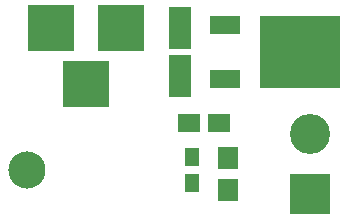
<source format=gbr>
G04 #@! TF.GenerationSoftware,KiCad,Pcbnew,(5.0.0-rc3-dev-2-g101b68b61)*
G04 #@! TF.CreationDate,2018-07-09T03:14:57+02:00*
G04 #@! TF.ProjectId,L7805 reg,4C37383035207265672E6B696361645F,rev?*
G04 #@! TF.SameCoordinates,Original*
G04 #@! TF.FileFunction,Soldermask,Top*
G04 #@! TF.FilePolarity,Negative*
%FSLAX46Y46*%
G04 Gerber Fmt 4.6, Leading zero omitted, Abs format (unit mm)*
G04 Created by KiCad (PCBNEW (5.0.0-rc3-dev-2-g101b68b61)) date 07/09/18 03:14:57*
%MOMM*%
%LPD*%
G01*
G04 APERTURE LIST*
%ADD10C,3.150000*%
%ADD11R,3.900000X3.900000*%
%ADD12R,1.900000X3.600000*%
%ADD13R,1.900000X1.650000*%
%ADD14R,1.300000X1.600000*%
%ADD15C,3.400000*%
%ADD16R,3.400000X3.400000*%
%ADD17R,1.700000X1.900000*%
%ADD18R,6.800000X6.200000*%
%ADD19R,2.600000X1.600000*%
G04 APERTURE END LIST*
D10*
G04 #@! TO.C,MK1*
X68200000Y-83120000D03*
G04 #@! TD*
D11*
G04 #@! TO.C,J2*
X73200000Y-75820000D03*
X70200000Y-71120000D03*
X76200000Y-71120000D03*
G04 #@! TD*
D12*
G04 #@! TO.C,C1*
X81200000Y-75120000D03*
X81200000Y-71120000D03*
G04 #@! TD*
D13*
G04 #@! TO.C,C2*
X81950000Y-79120000D03*
X84450000Y-79120000D03*
G04 #@! TD*
D14*
G04 #@! TO.C,D1*
X82200000Y-84220000D03*
X82200000Y-82020000D03*
G04 #@! TD*
D15*
G04 #@! TO.C,J1*
X92200000Y-80040000D03*
D16*
X92200000Y-85120000D03*
G04 #@! TD*
D17*
G04 #@! TO.C,R1*
X85200000Y-84820000D03*
X85200000Y-82120000D03*
G04 #@! TD*
D18*
G04 #@! TO.C,U1*
X91300000Y-73120000D03*
D19*
X85000000Y-75400000D03*
X85000000Y-70840000D03*
G04 #@! TD*
M02*

</source>
